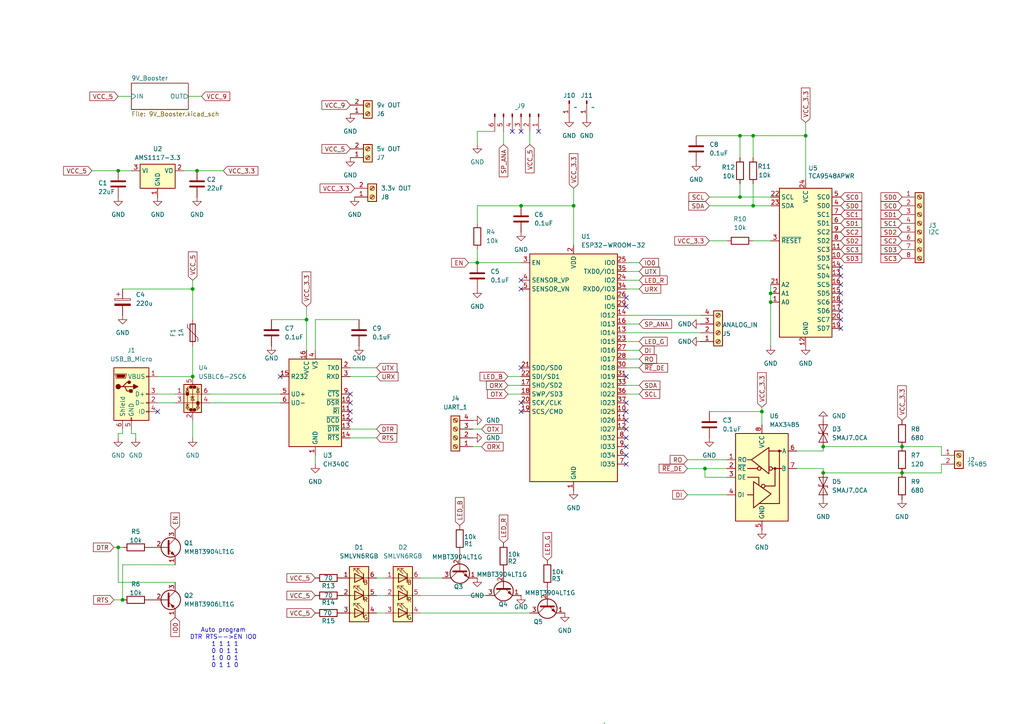
<source format=kicad_sch>
(kicad_sch (version 20231120) (generator "eeschema") (generator_version "8.0")
  (paper "A4")
  (junction (at 151.13 59.69))
  (junction (at 35.56 173.99))
  (junction (at 238.76 129.54))
  (junction (at 214.63 39.37))
  (junction (at 204.47 135.89))
  (junction (at 55.88 109.22))
  (junction (at 57.15 49.53))
  (junction (at 233.68 39.37))
  (junction (at 218.44 39.37))
  (junction (at 261.62 129.54))
  (junction (at 238.76 137.16))
  (junction (at 138.43 76.2))
  (junction (at 214.63 57.15))
  (junction (at 223.52 85.09))
  (junction (at 88.9 92.71))
  (junction (at 34.29 158.75))
  (junction (at 261.62 137.16))
  (junction (at 220.98 119.38))
  (junction (at 55.88 83.82))
  (junction (at 218.44 59.69))
  (junction (at 34.29 49.53))
  (junction (at 223.52 87.63))
  (junction (at 166.37 59.69))
  (no_connect (at 243.84 85.09))
  (no_connect (at 101.6 121.92))
  (no_connect (at 181.61 127))
  (no_connect (at 151.13 83.82))
  (no_connect (at 151.13 106.68))
  (no_connect (at 151.13 81.28))
  (no_connect (at 101.6 116.84))
  (no_connect (at 151.13 119.38))
  (no_connect (at 243.84 80.01))
  (no_connect (at 243.84 87.63))
  (no_connect (at 181.61 86.36))
  (no_connect (at 151.13 38.1))
  (no_connect (at 181.61 88.9))
  (no_connect (at 101.6 114.3))
  (no_connect (at 181.61 121.92))
  (no_connect (at 181.61 116.84))
  (no_connect (at 243.84 95.25))
  (no_connect (at 148.59 38.1))
  (no_connect (at 181.61 132.08))
  (no_connect (at 181.61 109.22))
  (no_connect (at 243.84 82.55))
  (no_connect (at 181.61 119.38))
  (no_connect (at 45.72 119.38))
  (no_connect (at 101.6 119.38))
  (no_connect (at 243.84 90.17))
  (no_connect (at 181.61 134.62))
  (no_connect (at 181.61 124.46))
  (no_connect (at 243.84 92.71))
  (no_connect (at 151.13 116.84))
  (no_connect (at 156.21 38.1))
  (no_connect (at 181.61 129.54))
  (no_connect (at 243.84 77.47))
  (no_connect (at 81.28 109.22))
  (wire (pts (xy 238.76 137.16) (xy 238.76 135.89)))
  (wire (pts (xy 91.44 134.62) (xy 91.44 132.08)))
  (wire (pts (xy 55.88 127) (xy 55.88 121.92)))
  (wire (pts (xy 111.76 172.72) (xy 109.22 172.72)))
  (wire (pts (xy 39.37 127) (xy 39.37 125.73)))
  (wire (pts (xy 50.8 114.3) (xy 45.72 114.3)))
  (wire (pts (xy 55.88 81.28) (xy 55.88 83.82)))
  (wire (pts (xy 38.1 125.73) (xy 38.1 124.46)))
  (wire (pts (xy 78.74 92.71) (xy 88.9 92.71)))
  (wire (pts (xy 39.37 125.73) (xy 38.1 125.73)))
  (wire (pts (xy 147.32 109.22) (xy 151.13 109.22)))
  (wire (pts (xy 233.68 35.56) (xy 233.68 39.37)))
  (wire (pts (xy 121.92 172.72) (xy 140.97 172.72)))
  (wire (pts (xy 185.42 78.74) (xy 181.61 78.74)))
  (wire (pts (xy 121.92 177.8) (xy 153.67 177.8)))
  (wire (pts (xy 146.05 38.1) (xy 146.05 41.91)))
  (wire (pts (xy 223.52 85.09) (xy 223.52 87.63)))
  (wire (pts (xy 214.63 57.15) (xy 223.52 57.15)))
  (wire (pts (xy 185.42 106.68) (xy 181.61 106.68)))
  (wire (pts (xy 55.88 100.33) (xy 55.88 109.22)))
  (wire (pts (xy 273.05 134.62) (xy 273.05 137.16)))
  (wire (pts (xy 261.62 137.16) (xy 273.05 137.16)))
  (wire (pts (xy 201.93 39.37) (xy 214.63 39.37)))
  (wire (pts (xy 261.62 137.16) (xy 238.76 137.16)))
  (wire (pts (xy 139.7 129.54) (xy 137.16 129.54)))
  (wire (pts (xy 57.15 49.53) (xy 64.77 49.53)))
  (wire (pts (xy 273.05 129.54) (xy 273.05 132.08)))
  (wire (pts (xy 153.67 41.91) (xy 153.67 38.1)))
  (wire (pts (xy 214.63 53.34) (xy 214.63 57.15)))
  (wire (pts (xy 109.22 127) (xy 101.6 127)))
  (wire (pts (xy 220.98 119.38) (xy 220.98 123.19)))
  (wire (pts (xy 166.37 59.69) (xy 166.37 71.12)))
  (wire (pts (xy 238.76 135.89) (xy 231.14 135.89)))
  (wire (pts (xy 138.43 59.69) (xy 151.13 59.69)))
  (wire (pts (xy 121.92 167.64) (xy 128.27 167.64)))
  (wire (pts (xy 185.42 111.76) (xy 181.61 111.76)))
  (wire (pts (xy 238.76 130.81) (xy 231.14 130.81)))
  (wire (pts (xy 60.96 116.84) (xy 81.28 116.84)))
  (wire (pts (xy 220.98 118.11) (xy 220.98 119.38)))
  (wire (pts (xy 204.47 138.43) (xy 210.82 138.43)))
  (wire (pts (xy 138.43 38.1) (xy 143.51 38.1)))
  (wire (pts (xy 88.9 101.6) (xy 88.9 92.71)))
  (wire (pts (xy 199.39 135.89) (xy 204.47 135.89)))
  (wire (pts (xy 185.42 93.98) (xy 181.61 93.98)))
  (wire (pts (xy 26.67 49.53) (xy 34.29 49.53)))
  (wire (pts (xy 218.44 59.69) (xy 223.52 59.69)))
  (wire (pts (xy 34.29 49.53) (xy 38.1 49.53)))
  (wire (pts (xy 109.22 106.68) (xy 101.6 106.68)))
  (wire (pts (xy 34.29 125.73) (xy 34.29 127)))
  (wire (pts (xy 109.22 124.46) (xy 101.6 124.46)))
  (wire (pts (xy 214.63 39.37) (xy 214.63 45.72)))
  (wire (pts (xy 111.76 177.8) (xy 109.22 177.8)))
  (wire (pts (xy 35.56 83.82) (xy 55.88 83.82)))
  (wire (pts (xy 50.8 116.84) (xy 45.72 116.84)))
  (wire (pts (xy 185.42 81.28) (xy 181.61 81.28)))
  (wire (pts (xy 205.74 119.38) (xy 220.98 119.38)))
  (wire (pts (xy 199.39 143.51) (xy 210.82 143.51)))
  (wire (pts (xy 147.32 114.3) (xy 151.13 114.3)))
  (wire (pts (xy 166.37 54.61) (xy 166.37 59.69)))
  (wire (pts (xy 223.52 82.55) (xy 223.52 85.09)))
  (wire (pts (xy 34.29 27.94) (xy 38.1 27.94)))
  (wire (pts (xy 185.42 101.6) (xy 181.61 101.6)))
  (wire (pts (xy 58.42 27.94) (xy 54.61 27.94)))
  (wire (pts (xy 185.42 76.2) (xy 181.61 76.2)))
  (wire (pts (xy 138.43 72.39) (xy 138.43 76.2)))
  (wire (pts (xy 139.7 124.46) (xy 137.16 124.46)))
  (wire (pts (xy 35.56 158.75) (xy 34.29 158.75)))
  (wire (pts (xy 181.61 91.44) (xy 203.2 91.44)))
  (wire (pts (xy 238.76 129.54) (xy 261.62 129.54)))
  (wire (pts (xy 204.47 135.89) (xy 210.82 135.89)))
  (wire (pts (xy 50.8 163.83) (xy 35.56 163.83)))
  (wire (pts (xy 218.44 69.85) (xy 223.52 69.85)))
  (wire (pts (xy 138.43 38.1) (xy 138.43 41.91)))
  (wire (pts (xy 109.22 109.22) (xy 101.6 109.22)))
  (wire (pts (xy 233.68 39.37) (xy 233.68 52.07)))
  (wire (pts (xy 185.42 83.82) (xy 181.61 83.82)))
  (wire (pts (xy 34.29 125.73) (xy 35.56 125.73)))
  (wire (pts (xy 218.44 39.37) (xy 233.68 39.37)))
  (wire (pts (xy 104.14 92.71) (xy 91.44 92.71)))
  (wire (pts (xy 151.13 59.69) (xy 166.37 59.69)))
  (wire (pts (xy 147.32 111.76) (xy 151.13 111.76)))
  (wire (pts (xy 138.43 64.77) (xy 138.43 59.69)))
  (wire (pts (xy 34.29 168.91) (xy 50.8 168.91)))
  (wire (pts (xy 53.34 49.53) (xy 57.15 49.53)))
  (wire (pts (xy 138.43 76.2) (xy 151.13 76.2)))
  (wire (pts (xy 218.44 53.34) (xy 218.44 59.69)))
  (wire (pts (xy 34.29 158.75) (xy 34.29 168.91)))
  (wire (pts (xy 55.88 83.82) (xy 55.88 92.71)))
  (wire (pts (xy 88.9 88.9) (xy 88.9 92.71)))
  (wire (pts (xy 204.47 135.89) (xy 204.47 138.43)))
  (wire (pts (xy 175.26 209.55) (xy 175.26 223.52)))
  (wire (pts (xy 55.88 109.22) (xy 45.72 109.22)))
  (wire (pts (xy 33.02 173.99) (xy 35.56 173.99)))
  (wire (pts (xy 35.56 125.73) (xy 35.56 124.46)))
  (wire (pts (xy 223.52 100.33) (xy 223.52 87.63)))
  (wire (pts (xy 111.76 167.64) (xy 109.22 167.64)))
  (wire (pts (xy 205.74 57.15) (xy 214.63 57.15)))
  (wire (pts (xy 181.61 96.52) (xy 203.2 96.52)))
  (wire (pts (xy 205.74 59.69) (xy 218.44 59.69)))
  (wire (pts (xy 35.56 163.83) (xy 35.56 173.99)))
  (wire (pts (xy 135.89 76.2) (xy 138.43 76.2)))
  (wire (pts (xy 185.42 104.14) (xy 181.61 104.14)))
  (wire (pts (xy 91.44 92.71) (xy 91.44 101.6)))
  (wire (pts (xy 214.63 39.37) (xy 218.44 39.37)))
  (wire (pts (xy 34.29 158.75) (xy 33.02 158.75)))
  (wire (pts (xy 60.96 114.3) (xy 81.28 114.3)))
  (wire (pts (xy 210.82 69.85) (xy 205.74 69.85)))
  (wire (pts (xy 261.62 129.54) (xy 273.05 129.54)))
  (wire (pts (xy 199.39 133.35) (xy 210.82 133.35)))
  (wire (pts (xy 218.44 39.37) (xy 218.44 45.72)))
  (wire (pts (xy 238.76 129.54) (xy 238.76 130.81)))
  (wire (pts (xy 185.42 99.06) (xy 181.61 99.06)))
  (wire (pts (xy 185.42 114.3) (xy 181.61 114.3)))
  (text "Auto program\nDTR RTS-->EN IO0\n 1 1 1 1\n 0 0 1 1\n 1 0 0 1\n 0 1 1 0" (at 64.77 187.96 0) (effects (font (size 1.27 1.27))))
  (global_label "SD3" (shape input) (at 243.84 74.93 0) (property "Intersheetrefs" "${INTERSHEET_REFS}" (effects (hide yes))))
  (global_label "VCC_9" (shape input) (at 101.6 30.48 180) (property "Intersheetrefs" "${INTERSHEET_REFS}" (effects (hide yes))))
  (global_label "VCC_5" (shape input) (at 55.88 81.28 90) (property "Intersheetrefs" "${INTERSHEET_REFS}" (effects (hide yes))))
  (global_label "VCC_3.3" (shape input) (at 233.68 35.56 90) (property "Intersheetrefs" "${INTERSHEET_REFS}" (effects (hide yes))))
  (global_label "SC1" (shape input) (at 261.62 64.77 180) (property "Intersheetrefs" "${INTERSHEET_REFS}" (effects (hide yes))))
  (global_label "SP_ANA" (shape input) (at 146.05 41.91 270) (property "Intersheetrefs" "${INTERSHEET_REFS}" (effects (hide yes))))
  (global_label "SD0" (shape input) (at 243.84 59.69 0) (property "Intersheetrefs" "${INTERSHEET_REFS}" (effects (hide yes))))
  (global_label "SD0" (shape input) (at 261.62 57.15 180) (property "Intersheetrefs" "${INTERSHEET_REFS}" (effects (hide yes))))
  (global_label "VCC_5" (shape input) (at 91.44 177.8 180) (property "Intersheetrefs" "${INTERSHEET_REFS}" (effects (hide yes))))
  (global_label "SDA" (shape input) (at 205.74 59.69 180) (property "Intersheetrefs" "${INTERSHEET_REFS}" (effects (hide yes))))
  (global_label "SC0" (shape input) (at 261.62 59.69 180) (property "Intersheetrefs" "${INTERSHEET_REFS}" (effects (hide yes))))
  (global_label "SCL" (shape input) (at 205.74 57.15 180) (property "Intersheetrefs" "${INTERSHEET_REFS}" (effects (hide yes))))
  (global_label "LED_B" (shape input) (at 133.35 152.4 90) (property "Intersheetrefs" "${INTERSHEET_REFS}" (effects (hide yes))))
  (global_label "SP_ANA" (shape input) (at 185.42 93.98 0) (property "Intersheetrefs" "${INTERSHEET_REFS}" (effects (hide yes))))
  (global_label "VCC_3.3" (shape input) (at 220.98 118.11 90) (property "Intersheetrefs" "${INTERSHEET_REFS}" (effects (hide yes))))
  (global_label "URX" (shape input) (at 185.42 83.82 0) (property "Intersheetrefs" "${INTERSHEET_REFS}" (effects (hide yes))))
  (global_label "~{RE}_DE" (shape input) (at 185.42 106.68 0) (property "Intersheetrefs" "${INTERSHEET_REFS}" (effects (hide yes))))
  (global_label "LED_G" (shape input) (at 158.75 162.56 90) (property "Intersheetrefs" "${INTERSHEET_REFS}" (effects (hide yes))))
  (global_label "UTX" (shape input) (at 109.22 106.68 0) (property "Intersheetrefs" "${INTERSHEET_REFS}" (effects (hide yes))))
  (global_label "VCC_5" (shape input) (at 26.67 49.53 180) (property "Intersheetrefs" "${INTERSHEET_REFS}" (effects (hide yes))))
  (global_label "IO0" (shape input) (at 50.8 179.07 270) (property "Intersheetrefs" "${INTERSHEET_REFS}" (effects (hide yes))))
  (global_label "DI" (shape input) (at 185.42 101.6 0) (property "Intersheetrefs" "${INTERSHEET_REFS}" (effects (hide yes))))
  (global_label "~{RE}_DE" (shape input) (at 199.39 135.89 180) (property "Intersheetrefs" "${INTERSHEET_REFS}" (effects (hide yes))))
  (global_label "EN" (shape input) (at 50.8 153.67 90) (property "Intersheetrefs" "${INTERSHEET_REFS}" (effects (hide yes))))
  (global_label "SD1" (shape input) (at 261.62 62.23 180) (property "Intersheetrefs" "${INTERSHEET_REFS}" (effects (hide yes))))
  (global_label "SC3" (shape input) (at 243.84 72.39 0) (property "Intersheetrefs" "${INTERSHEET_REFS}" (effects (hide yes))))
  (global_label "RTS" (shape input) (at 109.22 127 0) (property "Intersheetrefs" "${INTERSHEET_REFS}" (effects (hide yes))))
  (global_label "ORX" (shape input) (at 139.7 129.54 0) (property "Intersheetrefs" "${INTERSHEET_REFS}" (effects (hide yes))))
  (global_label "SC2" (shape input) (at 261.62 69.85 180) (property "Intersheetrefs" "${INTERSHEET_REFS}" (effects (hide yes))))
  (global_label "OTX" (shape input) (at 147.32 114.3 180) (property "Intersheetrefs" "${INTERSHEET_REFS}" (effects (hide yes))))
  (global_label "SC3" (shape input) (at 261.62 74.93 180) (property "Intersheetrefs" "${INTERSHEET_REFS}" (effects (hide yes))))
  (global_label "SCL" (shape input) (at 185.42 114.3 0) (property "Intersheetrefs" "${INTERSHEET_REFS}" (effects (hide yes))))
  (global_label "VCC_3.3" (shape input) (at 205.74 69.85 180) (property "Intersheetrefs" "${INTERSHEET_REFS}" (effects (hide yes))))
  (global_label "VCC_5" (shape input) (at 91.44 167.64 180) (property "Intersheetrefs" "${INTERSHEET_REFS}" (effects (hide yes))))
  (global_label "VCC_3.3" (shape input) (at 64.77 49.53 0) (property "Intersheetrefs" "${INTERSHEET_REFS}" (effects (hide yes))))
  (global_label "VCC_5" (shape input) (at 34.29 27.94 180) (property "Intersheetrefs" "${INTERSHEET_REFS}" (effects (hide yes))))
  (global_label "VCC_3.3" (shape input) (at 88.9 88.9 90) (property "Intersheetrefs" "${INTERSHEET_REFS}" (effects (hide yes))))
  (global_label "RTS" (shape input) (at 33.02 173.99 180) (property "Intersheetrefs" "${INTERSHEET_REFS}" (effects (hide yes))))
  (global_label "LED_R" (shape input) (at 185.42 81.28 0) (property "Intersheetrefs" "${INTERSHEET_REFS}" (effects (hide yes))))
  (global_label "VCC_3.3" (shape input) (at 166.37 54.61 90) (property "Intersheetrefs" "${INTERSHEET_REFS}" (effects (hide yes))))
  (global_label "SC0" (shape input) (at 243.84 57.15 0) (property "Intersheetrefs" "${INTERSHEET_REFS}" (effects (hide yes))))
  (global_label "URX" (shape input) (at 109.22 109.22 0) (property "Intersheetrefs" "${INTERSHEET_REFS}" (effects (hide yes))))
  (global_label "OTX" (shape input) (at 139.7 124.46 0) (property "Intersheetrefs" "${INTERSHEET_REFS}" (effects (hide yes))))
  (global_label "SDA" (shape input) (at 185.42 111.76 0) (property "Intersheetrefs" "${INTERSHEET_REFS}" (effects (hide yes))))
  (global_label "DTR" (shape input) (at 109.22 124.46 0) (property "Intersheetrefs" "${INTERSHEET_REFS}" (effects (hide yes))))
  (global_label "UTX" (shape input) (at 185.42 78.74 0) (property "Intersheetrefs" "${INTERSHEET_REFS}" (effects (hide yes))))
  (global_label "ORX" (shape input) (at 147.32 111.76 180) (property "Intersheetrefs" "${INTERSHEET_REFS}" (effects (hide yes))))
  (global_label "VCC_3.3" (shape input) (at 102.87 54.61 180) (property "Intersheetrefs" "${INTERSHEET_REFS}" (effects (hide yes))))
  (global_label "VCC_3.3" (shape input) (at 261.62 121.92 90) (property "Intersheetrefs" "${INTERSHEET_REFS}" (effects (hide yes))))
  (global_label "DTR" (shape input) (at 33.02 158.75 180) (property "Intersheetrefs" "${INTERSHEET_REFS}" (effects (hide yes))))
  (global_label "RO" (shape input) (at 185.42 104.14 0) (property "Intersheetrefs" "${INTERSHEET_REFS}" (effects (hide yes))))
  (global_label "DI" (shape input) (at 199.39 143.51 180) (property "Intersheetrefs" "${INTERSHEET_REFS}" (effects (hide yes))))
  (global_label "LED_R" (shape input) (at 146.05 157.48 90) (property "Intersheetrefs" "${INTERSHEET_REFS}" (effects (hide yes))))
  (global_label "RO" (shape input) (at 199.39 133.35 180) (property "Intersheetrefs" "${INTERSHEET_REFS}" (effects (hide yes))))
  (global_label "VCC_9" (shape input) (at 58.42 27.94 0) (property "Intersheetrefs" "${INTERSHEET_REFS}" (effects (hide yes))))
  (global_label "SD2" (shape input) (at 243.84 69.85 0) (property "Intersheetrefs" "${INTERSHEET_REFS}" (effects (hide yes))))
  (global_label "LED_G" (shape input) (at 185.42 99.06 0) (property "Intersheetrefs" "${INTERSHEET_REFS}" (effects (hide yes))))
  (global_label "VCC_5" (shape input) (at 101.6 43.18 180) (property "Intersheetrefs" "${INTERSHEET_REFS}" (effects (hide yes))))
  (global_label "SC2" (shape input) (at 243.84 67.31 0) (property "Intersheetrefs" "${INTERSHEET_REFS}" (effects (hide yes))))
  (global_label "EN" (shape input) (at 135.89 76.2 180) (property "Intersheetrefs" "${INTERSHEET_REFS}" (effects (hide yes))))
  (global_label "VCC_5" (shape input) (at 153.67 41.91 270) (property "Intersheetrefs" "${INTERSHEET_REFS}" (effects (hide yes))))
  (global_label "SC1" (shape input) (at 243.84 62.23 0) (property "Intersheetrefs" "${INTERSHEET_REFS}" (effects (hide yes))))
  (global_label "SD1" (shape input) (at 243.84 64.77 0) (property "Intersheetrefs" "${INTERSHEET_REFS}" (effects (hide yes))))
  (global_label "LED_B" (shape input) (at 147.32 109.22 180) (property "Intersheetrefs" "${INTERSHEET_REFS}" (effects (hide yes))))
  (global_label "SD2" (shape input) (at 261.62 67.31 180) (property "Intersheetrefs" "${INTERSHEET_REFS}" (effects (hide yes))))
  (global_label "VCC_5" (shape input) (at 91.44 172.72 180) (property "Intersheetrefs" "${INTERSHEET_REFS}" (effects (hide yes))))
  (global_label "SD3" (shape input) (at 261.62 72.39 180) (property "Intersheetrefs" "${INTERSHEET_REFS}" (effects (hide yes))))
  (global_label "IO0" (shape input) (at 185.42 76.2 0) (property "Intersheetrefs" "${INTERSHEET_REFS}" (effects (hide yes))))
  (symbol (lib_id "Device:R") (at 261.62 140.97 0) (unit 1)
    (property "Reference" "R9" (at 264.16 139.6999 0) (effects (justify left)))
    (property "Value" "680" (at 264.16 142.2399 0) (effects (justify left)))
    (property "Footprint" "Resistor_SMD:R_0603_1608Metric" (effects (hide yes)))
    (property "Description" "Resistor" (effects (hide yes)))
  )
  (symbol (lib_id "Device:R") (at 146.05 161.29 0) (unit 1)
    (property "Reference" "R2" (at 148.59 162.814 0))
    (property "Value" "10k" (at 149.098 160.782 0))
    (property "Footprint" "Resistor_SMD:R_0603_1608Metric" (effects (hide yes)))
    (property "Description" "Resistor" (effects (hide yes)))
  )
  (symbol (lib_id "Device:C") (at 151.13 63.5 0) (unit 1)
    (property "Reference" "C6" (at 154.94 62.2299 0) (effects (justify left)))
    (property "Value" "0.1uF" (at 154.94 64.7699 0) (effects (justify left)))
    (property "Footprint" "Capacitor_SMD:C_0603_1608Metric" (effects (hide yes)))
    (property "Description" "Unpolarized capacitor" (effects (hide yes)))
  )
  (symbol (lib_id "Device:R") (at 95.25 172.72 90) (unit 1)
    (property "Reference" "R14" (at 95.25 174.752 90))
    (property "Value" "70" (at 95.25 172.72 90))
    (property "Footprint" "Resistor_SMD:R_0603_1608Metric" (effects (hide yes)))
    (property "Description" "Resistor" (effects (hide yes)))
  )
  (symbol (lib_id "power:GND") (at 55.88 127 0) (unit 1)
    (property "Reference" "#PWR014" (effects (hide yes)))
    (property "Value" "GND" (at 55.88 132.08 0))
    (property "Description" "Power symbol creates a global label with name \"GND\" , ground" (effects (hide yes)))
  )
  (symbol (lib_id "Connector:Screw_Terminal_01x04") (at 132.08 127 180) (unit 1)
    (property "Reference" "J4" (at 132.08 115.57 0))
    (property "Value" "UART_1" (at 132.08 118.11 0))
    (property "Footprint" "TerminalBlock:TerminalBlock_Xinya_XY308-2.54-4P_1x04_P2.54mm_Horizontal" (effects (hide yes)))
    (property "Description" "Generic screw terminal, single row, 01x04, script generated (kicad-library-utils/schlib/autogen/connector/)" (effects (hide yes)))
  )
  (symbol (lib_id "Diode:SMAJ7.0CA") (at 238.76 125.73 90) (unit 1)
    (property "Reference" "D3" (at 241.3 124.4599 90) (effects (justify right)))
    (property "Value" "SMAJ7.0CA" (at 241.3 126.9999 90) (effects (justify right)))
    (property "Footprint" "Diode_SMD:D_SMA" (effects (hide yes)))
    (property "Datasheet" "https://www.littelfuse.com/media?resourcetype=datasheets&itemid=75e32973-b177-4ee3-a0ff-cedaf1abdb93&filename=smaj-datasheet" (effects (hide yes)))
    (property "Description" "400W bidirectional Transient Voltage Suppressor, 7.0Vr, SMA(DO-214AC)" (effects (hide yes)))
  )
  (symbol (lib_id "Device:R") (at 138.43 68.58 0) (unit 1)
    (property "Reference" "R4" (at 140.97 67.3099 0) (effects (justify left)))
    (property "Value" "10k" (at 140.97 69.8499 0) (effects (justify left)))
    (property "Footprint" "Resistor_SMD:R_0603_1608Metric" (effects (hide yes)))
    (property "Description" "Resistor" (effects (hide yes)))
  )
  (symbol (lib_id "Device:C") (at 205.74 123.19 0) (unit 1)
    (property "Reference" "C3" (at 209.55 121.9199 0) (effects (justify left)))
    (property "Value" "0.1uF" (at 209.55 124.4599 0) (effects (justify left)))
    (property "Footprint" "Capacitor_SMD:C_0603_1608Metric" (effects (hide yes)))
    (property "Description" "Unpolarized capacitor" (effects (hide yes)))
  )
  (symbol (lib_id "Power_Protection:USBLC6-2SC6") (at 55.88 114.3 0) (unit 1)
    (property "Reference" "U4" (at 57.5311 106.68 0) (effects (justify left)))
    (property "Value" "USBLC6-2SC6" (at 57.5311 109.22 0) (effects (justify left)))
    (property "Footprint" "Package_TO_SOT_SMD:SOT-23-6" (effects (hide yes)))
    (property "Datasheet" "https://www.st.com/resource/en/datasheet/usblc6-2.pdf" (effects (hide yes)))
    (property "Description" "Very low capacitance ESD protection diode, 2 data-line, SOT-23-6" (effects (hide yes)))
  )
  (symbol (lib_id "power:GND") (at 233.68 100.33 0) (unit 1)
    (property "Reference" "#PWR06" (effects (hide yes)))
    (property "Value" "GND" (at 233.68 105.41 0))
    (property "Description" "Power symbol creates a global label with name \"GND\" , ground" (effects (hide yes)))
  )
  (symbol (lib_id "Connector:Screw_Terminal_01x02") (at 106.68 33.02 0) (mirror x) (unit 1)
    (property "Reference" "J6" (at 109.22 33.0201 0) (effects (justify left)))
    (property "Value" "9v OUT" (at 109.22 30.4801 0) (effects (justify left)))
    (property "Footprint" "TerminalBlock:TerminalBlock_Xinya_XY308-2.54-2P_1x02_P2.54mm_Horizontal" (effects (hide yes)))
    (property "Description" "Generic screw terminal, single row, 01x02, script generated (kicad-library-utils/schlib/autogen/connector/)" (effects (hide yes)))
  )
  (symbol (lib_id "power:GND") (at 57.15 57.15 0) (unit 1)
    (property "Reference" "#PWR03" (effects (hide yes)))
    (property "Value" "GND" (at 57.15 62.23 0))
    (property "Description" "Power symbol creates a global label with name \"GND\" , ground" (effects (hide yes)))
  )
  (symbol (lib_id "power:GND") (at 238.76 121.92 180) (unit 1)
    (property "Reference" "#PWR010" (effects (hide yes)))
    (property "Value" "GND" (at 241.3 120.6499 0) (effects (justify right)))
    (property "Description" "Power symbol creates a global label with name \"GND\" , ground" (effects (hide yes)))
  )
  (symbol (lib_id "power:GND") (at 203.2 99.06 270) (unit 1)
    (property "Reference" "#PWR022" (effects (hide yes)))
    (property "Value" "GND" (at 200.66 99.06 90) (effects (justify right)))
    (property "Description" "Power symbol creates a global label with name \"GND\" , ground" (effects (hide yes)))
  )
  (symbol (lib_id "power:GND") (at 39.37 127 0) (unit 1)
    (property "Reference" "#PWR011" (effects (hide yes)))
    (property "Value" "GND" (at 39.37 132.08 0))
    (property "Description" "Power symbol creates a global label with name \"GND\" , ground" (effects (hide yes)))
  )
  (symbol (lib_id "power:GND") (at 151.13 172.72 0) (unit 1)
    (property "Reference" "#PWR039" (effects (hide yes)))
    (property "Value" "GND" (at 151.13 176.022 0))
    (property "Description" "Power symbol creates a global label with name \"GND\" , ground" (effects (hide yes)))
  )
  (symbol (lib_id "Regulator_Linear:AMS1117-3.3") (at 45.72 49.53 0) (unit 1)
    (property "Reference" "U2" (at 45.72 43.18 0))
    (property "Value" "AMS1117-3.3" (at 45.72 45.72 0))
    (property "Footprint" "Package_TO_SOT_SMD:SOT-223-3_TabPin2" (effects (hide yes)))
    (property "Datasheet" "http://www.advanced-monolithic.com/pdf/ds1117.pdf" (effects (hide yes)))
    (property "Description" "1A Low Dropout regulator, positive, 3.3V fixed output, SOT-223" (effects (hide yes)))
  )
  (symbol (lib_id "Connector:Screw_Terminal_01x08") (at 266.7 64.77 0) (unit 1)
    (property "Reference" "J3" (at 269.24 65.4049 0) (effects (justify left)))
    (property "Value" "I2C" (at 269.24 67.31 0) (effects (justify left)))
    (property "Footprint" "TerminalBlock:TerminalBlock_Xinya_XY308-2.54-8P_1x08_P2.54mm_Horizontal" (effects (hide yes)))
    (property "Description" "Generic screw terminal, single row, 01x08, script generated (kicad-library-utils/schlib/autogen/connector/)" (effects (hide yes)))
  )
  (symbol (lib_id "power:GND") (at 220.98 153.67 0) (unit 1)
    (property "Reference" "#PWR07" (effects (hide yes)))
    (property "Value" "GND" (at 220.98 158.75 0))
    (property "Description" "Power symbol creates a global label with name \"GND\" , ground" (effects (hide yes)))
  )
  (symbol (lib_id "Device:R") (at 214.63 49.53 180) (unit 1)
    (property "Reference" "R12" (at 209.296 48.514 0) (effects (justify right)))
    (property "Value" "10k" (at 209.55 51.054 0) (effects (justify right)))
    (property "Footprint" "Resistor_SMD:R_0603_1608Metric" (effects (hide yes)))
    (property "Description" "Resistor" (effects (hide yes)))
  )
  (symbol (lib_id "Connector:USB_B_Micro") (at 38.1 114.3 0) (unit 1)
    (property "Reference" "J1" (at 38.1 101.6 0))
    (property "Value" "USB_B_Micro" (at 38.1 104.14 0))
    (property "Footprint" "Connector_USB:USB_Micro-B_Molex_47346-0001" (effects (hide yes)))
    (property "Description" "USB Micro Type B connector" (effects (hide yes)))
  )
  (symbol (lib_id "power:GND") (at 163.83 177.8 0) (unit 1)
    (property "Reference" "#PWR036" (effects (hide yes)))
    (property "Value" "GND" (at 163.83 182.88 0))
    (property "Description" "Power symbol creates a global label with name \"GND\" , ground" (effects (hide yes)))
  )
  (symbol (lib_id "Device:R") (at 218.44 49.53 180) (unit 1)
    (property "Reference" "R11" (at 219.71 48.26 0) (effects (justify right)))
    (property "Value" "10k" (at 219.964 50.8 0) (effects (justify right)))
    (property "Footprint" "Resistor_SMD:R_0603_1608Metric" (effects (hide yes)))
    (property "Description" "Resistor" (effects (hide yes)))
  )
  (symbol (lib_id "power:GND") (at 138.43 167.64 0) (unit 1)
    (property "Reference" "#PWR040" (effects (hide yes)))
    (property "Value" "GND" (at 138.43 172.72 0))
    (property "Description" "Power symbol creates a global label with name \"GND\" , ground" (effects (hide yes)))
  )
  (symbol (lib_id "Device:R") (at 95.25 167.64 90) (unit 1)
    (property "Reference" "R13" (at 95.25 169.926 90))
    (property "Value" "70" (at 95.25 167.64 90))
    (property "Footprint" "Resistor_SMD:R_0603_1608Metric" (effects (hide yes)))
    (property "Description" "Resistor" (effects (hide yes)))
  )
  (symbol (lib_id "Connector:Screw_Terminal_01x04") (at 208.28 96.52 0) (mirror x) (unit 1)
    (property "Reference" "J5" (at 209.55 96.774 0) (effects (justify left)))
    (property "Value" "ANALOG_IN" (at 209.55 94.234 0) (effects (justify left)))
    (property "Footprint" "TerminalBlock:TerminalBlock_Xinya_XY308-2.54-4P_1x04_P2.54mm_Horizontal" (effects (hide yes)))
    (property "Description" "Generic screw terminal, single row, 01x04, script generated (kicad-library-utils/schlib/autogen/connector/)" (effects (hide yes)))
  )
  (symbol (lib_id "power:GND") (at 238.76 144.78 0) (unit 1)
    (property "Reference" "#PWR09" (effects (hide yes)))
    (property "Value" "GND" (at 238.76 149.86 0))
    (property "Description" "Power symbol creates a global label with name \"GND\" , ground" (effects (hide yes)))
  )
  (symbol (lib_id "power:GND") (at 175.26 223.52 0) (unit 1)
    (property "Reference" "#PWR021" (effects (hide yes)))
    (property "Value" "GND" (at 175.26 228.6 0))
    (property "Description" "Power symbol creates a global label with name \"GND\" , ground" (effects (hide yes)))
  )
  (symbol (lib_id "power:GND") (at 170.18 34.29 0) (unit 1)
    (property "Reference" "#PWR035" (effects (hide yes)))
    (property "Value" "GND" (at 170.18 39.37 0))
    (property "Description" "Power symbol creates a global label with name \"GND\" , ground" (effects (hide yes)))
  )
  (symbol (lib_id "Device:C_Polarized") (at 35.56 87.63 0) (unit 1)
    (property "Reference" "C4" (at 39.37 85.4709 0) (effects (justify left)))
    (property "Value" "220u" (at 39.37 88.0109 0) (effects (justify left)))
    (property "Footprint" "Capacitor_SMD:CP_Elec_6.3x7.7" (effects (hide yes)))
    (property "Description" "Polarized capacitor" (effects (hide yes)))
  )
  (symbol (lib_id "Device:R") (at 261.62 125.73 0) (unit 1)
    (property "Reference" "R8" (at 264.16 124.4599 0) (effects (justify left)))
    (property "Value" "680" (at 264.16 126.9999 0) (effects (justify left)))
    (property "Footprint" "Resistor_SMD:R_0603_1608Metric" (effects (hide yes)))
    (property "Description" "Resistor" (effects (hide yes)))
  )
  (symbol (lib_id "Interface_Expansion:TCA9548APWR") (at 233.68 74.93 0) (unit 1)
    (property "Reference" "U5" (at 234.442 48.768 0) (effects (justify left)))
    (property "Value" "TCA9548APWR" (at 234.442 51.054 0) (effects (justify left)))
    (property "Footprint" "Package_SO:TSSOP-24_4.4x7.8mm_P0.65mm" (effects (hide yes)))
    (property "Datasheet" "http://www.ti.com/lit/ds/symlink/tca9548a.pdf" (effects (hide yes)))
    (property "Description" "Low voltage 8-channel I2C switch with reset, TSSOP-24" (effects (hide yes)))
  )
  (symbol (lib_id "Device:C") (at 138.43 80.01 0) (unit 1)
    (property "Reference" "C5" (at 142.24 78.7399 0) (effects (justify left)))
    (property "Value" "0.1uF" (at 142.24 81.2799 0) (effects (justify left)))
    (property "Footprint" "Capacitor_SMD:C_0603_1608Metric" (effects (hide yes)))
    (property "Description" "Unpolarized capacitor" (effects (hide yes)))
  )
  (symbol (lib_id "LED:SMLVN6RGB") (at 104.14 172.72 0) (unit 1)
    (property "Reference" "D1" (at 104.14 158.75 0))
    (property "Value" "SMLVN6RGB" (at 104.14 161.29 0))
    (property "Footprint" "LED_SMD:LED_ROHM_SMLVN6" (effects (hide yes)))
    (property "Datasheet" "https://www.rohm.com/datasheet/SMLVN6RGB1U" (effects (hide yes)))
    (property "Description" "High Brightness Tri-Color LED, RGB, 3.5x2.8mm" (effects (hide yes)))
  )
  (symbol (lib_id "Connector:Screw_Terminal_01x02") (at 107.95 57.15 0) (mirror x) (unit 1)
    (property "Reference" "J8" (at 110.49 57.1501 0) (effects (justify left)))
    (property "Value" "3.3v OUT" (at 110.49 54.6101 0) (effects (justify left)))
    (property "Footprint" "TerminalBlock:TerminalBlock_Xinya_XY308-2.54-2P_1x02_P2.54mm_Horizontal" (effects (hide yes)))
    (property "Description" "Generic screw terminal, single row, 01x02, script generated (kicad-library-utils/schlib/autogen/connector/)" (effects (hide yes)))
  )
  (symbol (lib_id "Device:C") (at 201.93 43.18 0) (unit 1)
    (property "Reference" "C8" (at 205.74 41.9099 0) (effects (justify left)))
    (property "Value" "0.1uF" (at 205.74 44.4499 0) (effects (justify left)))
    (property "Footprint" "Capacitor_SMD:C_0603_1608Metric" (effects (hide yes)))
    (property "Description" "Unpolarized capacitor" (effects (hide yes)))
  )
  (symbol (lib_id "Device:Polyfuse") (at 55.88 96.52 0) (unit 1)
    (property "Reference" "F1" (at 50.165 96.52 90))
    (property "Value" "1A" (at 52.4764 96.52 90))
    (property "Footprint" "Fuse:Fuse_0805_2012Metric_Pad1.15x1.40mm_HandSolder" (effects (hide yes)))
  )
  (symbol (lib_id "Device:C") (at 34.29 53.34 0) (unit 1)
    (property "Reference" "C1" (at 28.448 53.086 0) (effects (justify left)))
    (property "Value" "22uF" (at 28.448 55.626 0) (effects (justify left)))
    (property "Footprint" "Capacitor_SMD:C_0603_1608Metric" (effects (hide yes)))
    (property "Description" "Unpolarized capacitor" (effects (hide yes)))
  )
  (symbol (lib_id "Connector:Screw_Terminal_01x02") (at 106.68 45.72 0) (mirror x) (unit 1)
    (property "Reference" "J7" (at 109.22 45.7201 0) (effects (justify left)))
    (property "Value" "5v OUT" (at 109.22 43.1801 0) (effects (justify left)))
    (property "Footprint" "TerminalBlock:TerminalBlock_Xinya_XY308-2.54-2P_1x02_P2.54mm_Horizontal" (effects (hide yes)))
    (property "Description" "Generic screw terminal, single row, 01x02, script generated (kicad-library-utils/schlib/autogen/connector/)" (effects (hide yes)))
  )
  (symbol (lib_id "Device:R") (at 158.75 166.37 0) (unit 1)
    (property "Reference" "R3" (at 161.29 167.894 0))
    (property "Value" "10k" (at 161.798 165.862 0))
    (property "Footprint" "Resistor_SMD:R_0603_1608Metric" (effects (hide yes)))
    (property "Description" "Resistor" (effects (hide yes)))
  )
  (symbol (lib_id "Device:R") (at 133.35 156.21 0) (unit 1)
    (property "Reference" "R1" (at 135.89 157.734 0))
    (property "Value" "10k" (at 136.398 155.702 0))
    (property "Footprint" "Resistor_SMD:R_0603_1608Metric" (effects (hide yes)))
    (property "Description" "Resistor" (effects (hide yes)))
  )
  (symbol (lib_id "power:GND") (at 138.43 83.82 0) (unit 1)
    (property "Reference" "#PWR015" (effects (hide yes)))
    (property "Value" "GND" (at 138.43 88.9 0))
    (property "Description" "Power symbol creates a global label with name \"GND\" , ground" (effects (hide yes)))
  )
  (symbol (lib_id "power:GND") (at 138.43 41.91 0) (unit 1)
    (property "Reference" "#PWR027" (effects (hide yes)))
    (property "Value" "GND" (at 138.43 46.99 0))
    (property "Description" "Power symbol creates a global label with name \"GND\" , ground" (effects (hide yes)))
  )
  (symbol (lib_id "Interface_USB:CH340C") (at 91.44 116.84 0) (unit 1)
    (property "Reference" "U3" (at 93.6341 132.08 0) (effects (justify left)))
    (property "Value" "CH340C" (at 93.6341 134.62 0) (effects (justify left)))
    (property "Footprint" "Package_SO:SOIC-16_3.9x9.9mm_P1.27mm" (effects (hide yes)))
    (property "Datasheet" "https://datasheet.lcsc.com/szlcsc/Jiangsu-Qin-Heng-CH340C_C84681.pdf" (effects (hide yes)))
    (property "Description" "USB serial converter, crystal-less, UART, SOIC-16" (effects (hide yes)))
  )
  (symbol (lib_id "power:GND") (at 34.29 127 0) (unit 1)
    (property "Reference" "#PWR012" (effects (hide yes)))
    (property "Value" "GND" (at 34.29 132.08 0))
    (property "Description" "Power symbol creates a global label with name \"GND\" , ground" (effects (hide yes)))
  )
  (symbol (lib_id "power:GND") (at 102.87 57.15 0) (unit 1)
    (property "Reference" "#PWR026" (effects (hide yes)))
    (property "Value" "GND" (at 102.87 62.23 0))
    (property "Description" "Power symbol creates a global label with name \"GND\" , ground" (effects (hide yes)))
  )
  (symbol (lib_id "Transistor_BJT:2N3904") (at 146.05 170.18 90) (mirror x) (unit 1)
    (property "Reference" "Q4" (at 147.32 175.26 90) (effects (justify left)))
    (property "Value" "MMBT3904LT1G" (at 152.908 166.624 90) (effects (justify left)))
    (property "Footprint" "Package_TO_SOT_SMD:SOT-23" (effects (hide yes)))
    (property "Datasheet" "https://www.lcsc.com/datasheet/lcsc_datasheet_2304140030_onsemi-MMBT3904LT1G_C81464.pdf" (effects (hide yes)))
    (property "Description" "0.2A Ic, 40V Vce, Small Signal NPN Transistor, SOT-23" (effects (hide yes)))
  )
  (symbol (lib_id "power:GND") (at 151.13 67.31 0) (unit 1)
    (property "Reference" "#PWR016" (effects (hide yes)))
    (property "Value" "GND" (at 151.13 72.39 0))
    (property "Description" "Power symbol creates a global label with name \"GND\" , ground" (effects (hide yes)))
  )
  (symbol (lib_id "power:GND") (at 45.72 57.15 0) (unit 1)
    (property "Reference" "#PWR01" (effects (hide yes)))
    (property "Value" "GND" (at 45.72 62.23 0))
    (property "Description" "Power symbol creates a global label with name \"GND\" , ground" (effects (hide yes)))
  )
  (symbol (lib_id "power:GND") (at 223.52 100.33 0) (unit 1)
    (property "Reference" "#PWR019" (effects (hide yes)))
    (property "Value" "GND" (at 223.52 105.41 0))
    (property "Description" "Power symbol creates a global label with name \"GND\" , ground" (effects (hide yes)))
  )
  (symbol (lib_id "power:GND") (at 104.14 100.33 0) (unit 1)
    (property "Reference" "#PWR037" (effects (hide yes)))
    (property "Value" "GND" (at 104.14 103.886 0))
    (property "Description" "Power symbol creates a global label with name \"GND\" , ground" (effects (hide yes)))
  )
  (symbol (lib_id "power:GND") (at 203.2 93.98 270) (unit 1)
    (property "Reference" "#PWR023" (effects (hide yes)))
    (property "Value" "GND" (at 200.66 93.98 90) (effects (justify right)))
    (property "Description" "Power symbol creates a global label with name \"GND\" , ground" (effects (hide yes)))
  )
  (symbol (lib_id "power:GND") (at 78.74 100.33 0) (unit 1)
    (property "Reference" "#PWR017" (effects (hide yes)))
    (property "Value" "GND" (at 78.74 103.886 0))
    (property "Description" "Power symbol creates a global label with name \"GND\" , ground" (effects (hide yes)))
  )
  (symbol (lib_id "Connector:Screw_Terminal_01x02") (at 278.13 132.08 0) (unit 1)
    (property "Reference" "J2" (at 280.416 133.35 0) (effects (justify left)))
    (property "Value" "rs485" (at 280.67 134.62 0) (effects (justify left)))
    (property "Footprint" "TerminalBlock:TerminalBlock_Xinya_XY308-2.54-2P_1x02_P2.54mm_Horizontal" (effects (hide yes)))
    (property "Description" "Generic screw terminal, single row, 01x02, script generated (kicad-library-utils/schlib/autogen/connector/)" (effects (hide yes)))
  )
  (symbol (lib_id "Connector:Conn_01x01_Pin") (at 165.1 29.21 270) (unit 1)
    (property "Reference" "J10" (at 163.322 27.686 90) (effects (justify left)))
    (property "Value" "~" (at 166.37 31.115 90) (effects (justify left)))
    (property "Footprint" "Connector_PinSocket_2.54mm:PinSocket_1x01_P2.54mm_Vertical" (effects (hide yes)))
    (property "Description" "Generic connector, single row, 01x01, script generated" (effects (hide yes)))
  )
  (symbol (lib_id "Transistor_BJT:2N3904") (at 158.75 175.26 90) (mirror x) (unit 1)
    (property "Reference" "Q5" (at 157.4799 180.34 90) (effects (justify left)))
    (property "Value" "MMBT3904LT1G" (at 166.878 171.958 90) (effects (justify left)))
    (property "Footprint" "Package_TO_SOT_SMD:SOT-23" (effects (hide yes)))
    (property "Datasheet" "https://www.lcsc.com/datasheet/lcsc_datasheet_2304140030_onsemi-MMBT3904LT1G_C81464.pdf" (effects (hide yes)))
    (property "Description" "0.2A Ic, 40V Vce, Small Signal NPN Transistor, SOT-23" (effects (hide yes)))
  )
  (symbol (lib_id "Device:R") (at 95.25 177.8 90) (unit 1)
    (property "Reference" "R15" (at 95.25 180.086 90))
    (property "Value" "70" (at 94.996 177.8 90))
    (property "Footprint" "Resistor_SMD:R_0603_1608Metric" (effects (hide yes)))
    (property "Description" "Resistor" (effects (hide yes)))
  )
  (symbol (lib_id "RF_Module:ESP32-WROOM-32") (at 166.37 106.68 0) (unit 1)
    (property "Reference" "U1" (at 168.5641 68.58 0) (effects (justify left)))
    (property "Value" "ESP32-WROOM-32" (at 168.5641 71.12 0) (effects (justify left)))
    (property "Footprint" "RF_Module:ESP32-WROOM-32" (effects (hide yes)))
    (property "Datasheet" "https://www.espressif.com/sites/default/files/documentation/esp32-wroom-32_datasheet_en.pdf" (effects (hide yes)))
    (property "Description" "RF Module, ESP32-D0WDQ6 SoC, Wi-Fi 802.11b/g/n, Bluetooth, BLE, 32-bit, 2.7-3.6V, onboard antenna, SMD" (effects (hide yes)))
  )
  (symbol (lib_id "Device:R") (at 39.37 158.75 90) (unit 1)
    (property "Reference" "R5" (at 39.37 154.178 90))
    (property "Value" "10k" (at 39.37 156.718 90))
    (property "Footprint" "Resistor_SMD:R_0603_1608Metric" (effects (hide yes)))
    (property "Description" "Resistor" (effects (hide yes)))
  )
  (symbol (lib_id "power:GND") (at 201.93 46.99 0) (unit 1)
    (property "Reference" "#PWR020" (effects (hide yes)))
    (property "Value" "GND" (at 201.93 52.07 0))
    (property "Description" "Power symbol creates a global label with name \"GND\" , ground" (effects (hide yes)))
  )
  (symbol (lib_id "power:GND") (at 137.16 121.92 90) (unit 1)
    (property "Reference" "#PWR025" (effects (hide yes)))
    (property "Value" "GND" (at 140.97 121.9201 90) (effects (justify right)))
    (property "Description" "Power symbol creates a global label with name \"GND\" , ground" (effects (hide yes)))
  )
  (symbol (lib_id "power:GND") (at 166.37 142.24 0) (unit 1)
    (property "Reference" "#PWR08" (effects (hide yes)))
    (property "Value" "GND" (at 166.37 147.32 0))
    (property "Description" "Power symbol creates a global label with name \"GND\" , ground" (effects (hide yes)))
  )
  (symbol (lib_id "power:GND") (at 261.62 144.78 0) (unit 1)
    (property "Reference" "#PWR018" (effects (hide yes)))
    (property "Value" "GND" (at 261.62 149.86 0))
    (property "Description" "Power symbol creates a global label with name \"GND\" , ground" (effects (hide yes)))
  )
  (symbol (lib_id "power:GND") (at 205.74 127 0) (unit 1)
    (property "Reference" "#PWR031" (effects (hide yes)))
    (property "Value" "GND" (at 205.74 132.08 0))
    (property "Description" "Power symbol creates a global label with name \"GND\" , ground" (effects (hide yes)))
  )
  (symbol (lib_id "Transistor_BJT:2N3904") (at 48.26 158.75 0) (unit 1)
    (property "Reference" "Q1" (at 53.34 157.4799 0) (effects (justify left)))
    (property "Value" "MMBT3904LT1G" (at 53.34 160.0199 0) (effects (justify left)))
    (property "Footprint" "Package_TO_SOT_SMD:SOT-23" (effects (hide yes)))
    (property "Datasheet" "https://www.lcsc.com/datasheet/lcsc_datasheet_2304140030_onsemi-MMBT3904LT1G_C81464.pdf" (effects (hide yes)))
    (property "Description" "0.2A Ic, 40V Vce, Small Signal NPN Transistor, SOT-23" (effects (hide yes)))
  )
  (symbol (lib_id "power:GND") (at 101.6 45.72 0) (unit 1)
    (property "Reference" "#PWR05" (effects (hide yes)))
    (property "Value" "GND" (at 101.6 50.8 0))
    (property "Description" "Power symbol creates a global label with name \"GND\" , ground" (effects (hide yes)))
  )
  (symbol (lib_id "Transistor_BJT:2N3906") (at 48.26 173.99 0) (unit 1)
    (property "Reference" "Q2" (at 53.34 172.7199 0) (effects (justify left)))
    (property "Value" "MMBT3906LT1G" (at 53.34 175.2599 0) (effects (justify left)))
    (property "Footprint" "Package_TO_SOT_SMD:SOT-23" (effects (hide yes)))
    (property "Datasheet" "https://www.lcsc.com/datasheet/lcsc_datasheet_1810301518_onsemi-MMBT3906LT1G_C53444.pdf" (effects (hide yes)))
    (property "Description" "-0.2A Ic, -40V Vce, Small Signal PNP Transistor, SOT-23" (effects (hide yes)))
  )
  (symbol (lib_id "Device:R") (at 214.63 69.85 90) (unit 1)
    (property "Reference" "R10" (at 214.63 63.5 90))
    (property "Value" "10k" (at 214.63 66.04 90))
    (property "Footprint" "Resistor_SMD:R_0603_1608Metric" (effects (hide yes)))
    (property "Description" "Resistor" (effects (hide yes)))
  )
  (symbol (lib_id "Device:C") (at 104.14 96.52 0) (unit 1)
    (property "Reference" "C9" (at 107.95 95.2499 0) (effects (justify left)))
    (property "Value" "0.1uF" (at 107.95 97.7899 0) (effects (justify left)))
    (property "Footprint" "Capacitor_SMD:C_0603_1608Metric" (effects (hide yes)))
    (property "Description" "Unpolarized capacitor" (effects (hide yes)))
  )
  (symbol (lib_id "power:GND") (at 101.6 33.02 0) (unit 1)
    (property "Reference" "#PWR04" (effects (hide yes)))
    (property "Value" "GND" (at 101.6 38.1 0))
    (property "Description" "Power symbol creates a global label with name \"GND\" , ground" (effects (hide yes)))
  )
  (symbol (lib_id "power:GND") (at 35.56 91.44 0) (unit 1)
    (property "Reference" "#PWR032" (effects (hide yes)))
    (property "Value" "GND" (at 35.56 96.52 0))
    (property "Description" "Power symbol creates a global label with name \"GND\" , ground" (effects (hide yes)))
  )
  (symbol (lib_id "power:GND") (at 34.29 57.15 0) (unit 1)
    (property "Reference" "#PWR02" (effects (hide yes)))
    (property "Value" "GND" (at 34.29 62.23 0))
    (property "Description" "Power symbol creates a global label with name \"GND\" , ground" (effects (hide yes)))
  )
  (symbol (lib_id "Device:R") (at 39.37 173.99 90) (unit 1)
    (property "Reference" "R6" (at 39.37 169.418 90))
    (property "Value" "10k" (at 39.37 171.958 90))
    (property "Footprint" "Resistor_SMD:R_0603_1608Metric" (effects (hide yes)))
    (property "Description" "Resistor" (effects (hide yes)))
  )
  (symbol (lib_id "Diode:SMAJ7.0CA") (at 238.76 140.97 90) (unit 1)
    (property "Reference" "D5" (at 241.3 139.6999 90) (effects (justify right)))
    (property "Value" "SMAJ7.0CA" (at 241.3 142.2399 90) (effects (justify right)))
    (property "Footprint" "Diode_SMD:D_SMA" (effects (hide yes)))
    (property "Datasheet" "https://www.littelfuse.com/media?resourcetype=datasheets&itemid=75e32973-b177-4ee3-a0ff-cedaf1abdb93&filename=smaj-datasheet" (effects (hide yes)))
    (property "Description" "400W bidirectional Transient Voltage Suppressor, 7.0Vr, SMA(DO-214AC)" (effects (hide yes)))
  )
  (symbol (lib_id "Interface_UART:MAX3485") (at 220.98 138.43 0) (unit 1)
    (property "Reference" "U6" (at 223.1741 120.65 0) (effects (justify left)))
    (property "Value" "MAX3485" (at 223.1741 123.19 0) (effects (justify left)))
    (property "Footprint" "Package_SO:SOIC-8_3.9x4.9mm_P1.27mm" (effects (hide yes)))
    (property "Datasheet" "https://datasheets.maximintegrated.com/en/ds/MAX3483-MAX3491.pdf" (effects (hide yes)))
    (property "Description" "True RS-485/RS-422, 10Mbps, Slew-Rate Limited, with low-power shutdown, with receiver/driver enable, 32 receiver drive capacitity, DIP-8 and SOIC-8" (effects (hide yes)))
  )
  (symbol (lib_id "Device:R") (at 261.62 133.35 0) (unit 1)
    (property "Reference" "R7" (at 264.16 132.0799 0) (effects (justify left)))
    (property "Value" "120" (at 264.16 134.6199 0) (effects (justify left)))
    (property "Footprint" "Resistor_SMD:R_1206_3216Metric" (effects (hide yes)))
    (property "Description" "Resistor" (effects (hide yes)))
  )
  (symbol (lib_id "Transistor_BJT:2N3904") (at 133.35 165.1 90) (mirror x) (unit 1)
    (property "Reference" "Q3" (at 134.366 170.18 90) (effects (justify left)))
    (property "Value" "MMBT3904LT1G" (at 139.954 161.544 90) (effects (justify left)))
    (property "Footprint" "Package_TO_SOT_SMD:SOT-23" (effects (hide yes)))
    (property "Datasheet" "https://www.lcsc.com/datasheet/lcsc_datasheet_2304140030_onsemi-MMBT3904LT1G_C81464.pdf" (effects (hide yes)))
    (property "Description" "0.2A Ic, 40V Vce, Small Signal NPN Transistor, SOT-23" (effects (hide yes)))
  )
  (symbol (lib_id "Connector:Conn_01x01_Pin") (at 170.18 29.21 270) (unit 1)
    (property "Reference" "J11" (at 168.402 27.686 90) (effects (justify left)))
    (property "Value" "~" (at 171.45 31.115 90) (effects (justify left)))
    (property "Footprint" "Connector_PinSocket_2.54mm:PinSocket_1x01_P2.54mm_Vertical" (effects (hide yes)))
    (property "Description" "Generic connector, single row, 01x01, script generated" (effects (hide yes)))
  )
  (symbol (lib_id "LED:SMLVN6RGB") (at 116.84 172.72 0) (unit 1)
    (property "Reference" "D2" (at 116.84 158.75 0))
    (property "Value" "SMLVN6RGB" (at 116.84 161.29 0))
    (property "Footprint" "LED_SMD:LED_ROHM_SMLVN6" (effects (hide yes)))
    (property "Datasheet" "https://www.rohm.com/datasheet/SMLVN6RGB1U" (effects (hide yes)))
    (property "Description" "High Brightness Tri-Color LED, RGB, 3.5x2.8mm" (effects (hide yes)))
  )
  (symbol (lib_id "power:GND") (at 91.44 134.62 0) (unit 1)
    (property "Reference" "#PWR013" (effects (hide yes)))
    (property "Value" "GND" (at 91.44 139.7 0))
    (property "Description" "Power symbol creates a global label with name \"GND\" , ground" (effects (hide yes)))
  )
  (symbol (lib_id "Device:C") (at 78.74 96.52 0) (unit 1)
    (property "Reference" "C7" (at 82.55 95.2499 0) (effects (justify left)))
    (property "Value" "0.1uF" (at 82.55 97.7899 0) (effects (justify left)))
    (property "Footprint" "Capacitor_SMD:C_0603_1608Metric" (effects (hide yes)))
    (property "Description" "Unpolarized capacitor" (effects (hide yes)))
  )
  (symbol (lib_id "Device:C") (at 57.15 53.34 0) (unit 1)
    (property "Reference" "C2" (at 59.944 52.07 0) (effects (justify left)))
    (property "Value" "22uF" (at 59.944 54.61 0) (effects (justify left)))
    (property "Footprint" "Capacitor_SMD:C_0603_1608Metric" (effects (hide yes)))
    (property "Description" "Unpolarized capacitor" (effects (hide yes)))
  )
  (symbol (lib_id "power:GND") (at 137.16 127 90) (unit 1)
    (property "Reference" "#PWR024" (effects (hide yes)))
    (property "Value" "GND" (at 140.97 127.0001 90) (effects (justify right)))
    (property "Description" "Power symbol creates a global label with name \"GND\" , ground" (effects (hide yes)))
  )
  (symbol (lib_id "Connector:Conn_01x06_Pin") (at 151.13 33.02 270) (unit 1)
    (property "Reference" "J9" (at 151.13 30.734 90))
    (property "Value" "~" (at 149.86 31.75 90))
    (property "Footprint" "Connector_PinSocket_2.54mm:PinSocket_1x06_P2.54mm_Vertical" (effects (hide yes)))
    (property "Description" "Generic connector, single row, 01x06, script generated" (effects (hide yes)))
  )
  (symbol (lib_id "power:GND") (at 165.1 34.29 0) (unit 1)
    (property "Reference" "#PWR034" (effects (hide yes)))
    (property "Value" "GND" (at 165.1 39.37 0))
    (property "Description" "Power symbol creates a global label with name \"GND\" , ground" (effects (hide yes)))
  )
  (sheet (at 38.1 24.13) (size 16.51 7.62) (stroke (width 0.1524))
    (property "Sheetname" "9V_Booster" (at 38.1 23.4184 0) (effects (justify left bottom)))
    (property "Sheetfile" "9V_Booster.kicad_sch" (at 38.1 32.3346 0) (effects (justify left top)))
    (pin "IN" input (at 38.1 27.94 180))
    (pin "OUT" output (at 54.61 27.94 0))
  )
)
</source>
